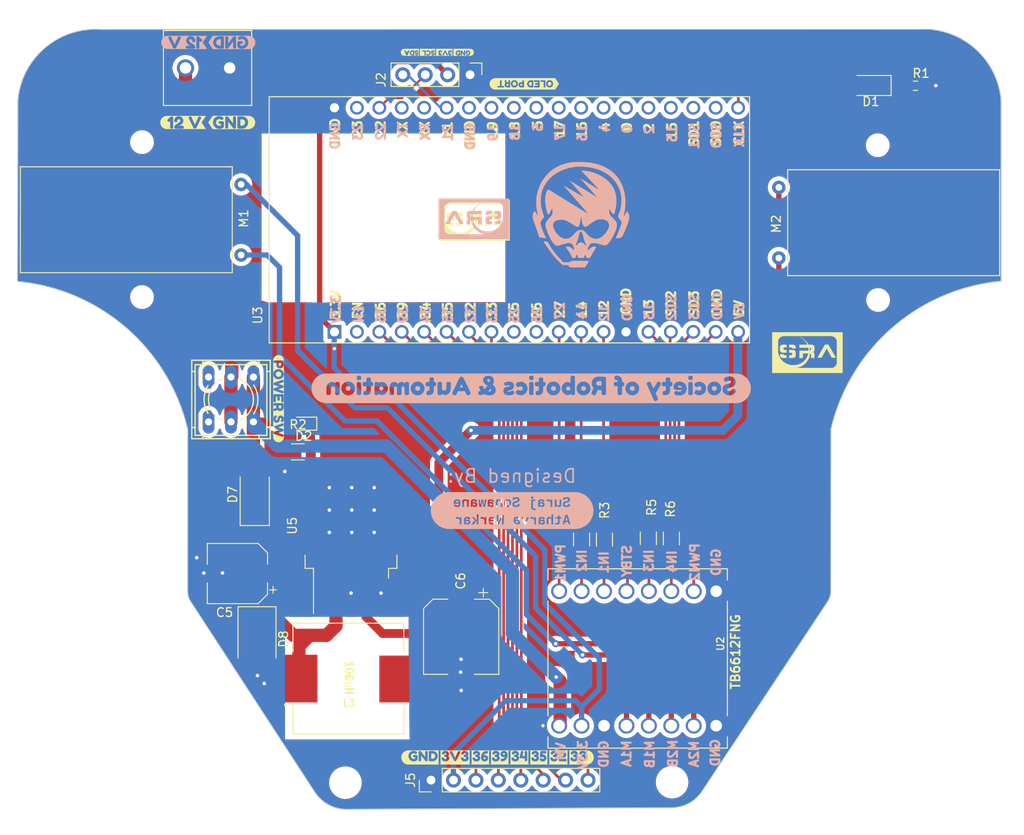
<source format=kicad_pcb>
(kicad_pcb (version 20221018) (generator pcbnew)
  (layers (0 "F.Cu" signal) (31 "B.Cu" power) (34 "B.Paste" user) (35 "F.Paste" user) (36 "B.SilkS" user "B.Silkscreen") (37 "F.SilkS" user "F.Silkscreen") (38 "B.Mask" user) (39 "F.Mask" user) (44 "Edge.Cuts" user))
  (net 0 "")
  (net 1 "5V")
  (net 2 "GND")
  (net 3 "VIN")
  (net 4 "Net-(D1-K)")
  (net 5 "IO23")
  (net 6 "Net-(D2-K)")
  (net 7 "Net-(M1-+)")
  (net 8 "Net-(M1--)")
  (net 9 "Net-(M2-+)")
  (net 10 "Net-(M2--)")
  (net 11 "VIN_SW")
  (net 12 "3V3")
  (net 13 "PWMB")
  (net 14 "PWMA")
  (net 15 "BIN2")
  (net 16 "AIN2")
  (net 17 "BIN1")
  (net 18 "AIN1")
  (net 19 "Net-(U2-AI1)")
  (net 20 "Net-(U2-AI2)")
  (net 21 "SENS1")
  (net 22 "Net-(U2-BI1)")
  (net 23 "Net-(U2-BI2)")
  (net 24 "SENS2")
  (net 25 "SENS3")
  (net 26 "STBY")
  (net 27 "SENS4")
  (net 28 "SENS5")
  (net 29 "SENS6")
  (net 32 "Net-(D7-K)")
  (net 33 "Net-(D8-K)")
  (net 39 "SDA")
  (net 52 "SCL")
  (footprint "Resistor_SMD:R_1206_3216Metric" (layer "F.Cu") (at 144.57 99.76 -90)
    (fp_text reference "R6")
    (fp_text value "1k")
  )
  (footprint "kibuzzard-61F71491" (layer "F.Cu") (at 94.77 52.61)
    (fp_text reference "kibuzzard-61F71491" hide)
    (fp_text value "G***" hide)
  )
  (footprint "Capacitor_SMD:CP_Elec_8x10" (layer "F.Cu") (at 120.76 110.89 -90)
    (fp_text reference "C6")
    (fp_text value "470uF")
  )
  (footprint "LED_SMD:LED_0603_1608Metric" (layer "F.Cu") (at 102.9225 86.74 180)
    (fp_text reference "D2")
    (fp_text value "BLUE-POWER-LED")
  )
  (footprint "Diode_SMD:D_SMA" (layer "F.Cu") (at 97.38 94.78 90)
    (fp_text reference "D7")
    (fp_text value "SS24")
  )
  (footprint "logos:sra_logo_small_neg" (layer "F.Cu") (at 122.27 63.69)
    (fp_text reference "G***" hide)
    (fp_text value "LOGO" hide)
  )
  (footprint "MAZEBLAZE:N20_Motor" (layer "F.Cu") (at 169.74 63.97 180)
    (fp_text reference "M2")
    (fp_text value "Motor_DC")
  )
  (footprint "Connector_PinHeader_2.54mm:PinHeader_1x08_P2.54mm_Vertical" (layer "F.Cu") (at 117.35 127.14 90)
    (fp_text reference "J5")
    (fp_text value "Conn_01x08_Pin")
  )
  (footprint "Resistor_SMD:R_1206_3216Metric" (layer "F.Cu") (at 134.4 99.86 -90)
    (fp_text reference "R4")
    (fp_text value "1k")
  )
  (footprint "Connector_PinHeader_2.54mm:PinHeader_1x04_P2.54mm_Vertical" (layer "F.Cu") (at 121.77 47.2 -90)
    (fp_text reference "J2")
    (fp_text value "Conn_01x04_Pin")
  )
  (footprint "MAZEBLAZE:TB6612FNG_2" (layer "F.Cu") (at 140.75 113.35 90)
    (fp_text reference "U2")
    (fp_text value "TB6612FNG")
  )
  (footprint "kibuzzard-61F7147A" (layer "F.Cu") (at 89.27 52.61)
    (fp_text reference "kibuzzard-61F7147A" hide)
    (fp_text value "G***" hide)
  )
  (footprint "kibuzzard-653BE7A2" (layer "F.Cu") (at 100.08 83.91 -90)
    (fp_text reference "kibuzzard-653BE7A2" hide)
    (fp_text value "G***" hide)
  )
  (footprint "MAZEBLAZE:dpdt_sw_2x03_tht" (layer "F.Cu") (at 94.69 84)
    (fp_text reference "12V_SW1" hide)
    (fp_text value "SW_Push_DPDT")
  )
  (footprint "LED_SMD:LED_1206_3216Metric" (layer "F.Cu") (at 167.17 48.42 180)
    (fp_text reference "D1")
    (fp_text value "RED-LED")
  )
  (footprint "MountingHole:MountingHole_2.2mm_M2" (layer "F.Cu") (at 84.61 54.84 -90)
    (fp_text reference "H4" hide)
    (fp_text value "MountingHole")
  )
  (footprint "MAZEBLAZE:N20_Motor" (layer "F.Cu") (at 82.83454 63.63192)
    (fp_text reference "M1")
    (fp_text value "Motor_DC")
  )
  (footprint "MAZEBLAZE:CDRH127_inductor_smd" (layer "F.Cu") (at 107.9874 115.62745)
    (fp_text reference "L3")
    (fp_text value "100uH")
  )
  (footprint "MountingHole:MountingHole_3.2mm_M3" (layer "F.Cu") (at 144.65 127.37)
    (fp_text reference "H2" hide)
    (fp_text value "MountingHole" hide)
  )
  (footprint "MountingHole:MountingHole_2.2mm_M2" (layer "F.Cu") (at 84.61 72.4 -90)
    (fp_text reference "H3" hide)
    (fp_text value "MountingHole")
  )
  (footprint "Resistor_SMD:R_1206_3216Metric" (layer "F.Cu") (at 136.99 99.8875 -90)
    (fp_text reference "R3")
    (fp_text value "1k")
  )
  (footprint "Resistor_SMD:R_1206_3216Metric" (layer "F.Cu") (at 102.2675 89.94 180)
    (fp_text reference "R2")
    (fp_text value "1k5")
  )
  (footprint "kibuzzard-653E5949" (layer "F.Cu") (at 118.06 44.66 180)
    (fp_text reference "kibuzzard-653E5949" hide)
    (fp_text value "G***" hide)
  )
  (footprint "MAZEBLAZE:12V_1x02_tht" (layer "F.Cu") (at 92.04 46.43)
    (fp_text reference "J1" hide)
    (fp_text value "Screw_Terminal_01x02")
  )
  (footprint "Resistor_SMD:R_0603_1608Metric" (layer "F.Cu") (at 172.215 48.45)
    (fp_text reference "R1")
    (fp_text value "330")
  )
  (footprint "Resistor_SMD:R_1206_3216Metric" (layer "F.Cu") (at 141.96 99.73 -90)
    (fp_text reference "R5")
    (fp_text value "1k")
  )
  (footprint "Diode_SMD:D_SMB" (layer "F.Cu") (at 97.64 111.15 -90)
    (fp_text reference "D8")
    (fp_text value "SS34")
  )
  (footprint "Package_TO_SOT_SMD:TO-263-5_TabPin3" (layer "F.Cu") (at 108.285 98.315 90)
    (fp_text reference "U5")
    (fp_text value "LM2576S-5")
  )
  (footprint "MountingHole:MountingHole_2.2mm_M2" (layer "F.Cu") (at 167.97978 72.72792 -90)
    (fp_text reference "H2" hide)
    (fp_text value "MountingHole")
  )
  (footprint "kibuzzard-653BEE79" (layer "F.Cu") (at 124.88 124.57)
    (fp_text reference "kibuzzard-653BEE79" hide)
    (fp_text value "G***" hide)
  )
  (footprint "kibuzzard-637A1A13" (layer "F.Cu") (at 127.91 48.23 180)
    (fp_text reference "kibuzzard-637A1A13" hide)
    (fp_text value "G***" hide)
  )
  (footprint "MountingHole:MountingHole_3.2mm_M3" (layer "F.Cu") (at 107.65 127.428936)
    (fp_text reference "H5" hide)
    (fp_text value "MountingHole")
  )
  (footprint "MAZEBLAZE:MODULE_ESP32-DEVKITC-32D" (layer "F.Cu") (at 126.17 63.64 90)
    (fp_text reference "U3")
    (fp_text value "ESP32-DEVKITC-32D")
  )
  (footprint "logos:sra_logo_small_neg" (layer "F.Cu") (at 159.97 78.69)
    (fp_text reference "G***" hide)
    (fp_text value "LOGO" hide)
  )
  (footprint "MountingHole:MountingHole_2.2mm_M2" (layer "F.Cu") (at 167.94 55.19 -90)
    (fp_text reference "H1" hide)
    (fp_text value "MountingHole")
  )
  (footprint "Capacitor_SMD:CP_Elec_6.3x7.7" (layer "F.Cu") (at 95.42 103.73 180)
    (fp_text reference "C5")
    (fp_text value "100uF")
  )
  (footprint "kibuzzard-61F7FB1D" (layer "B.Cu") (at 128.69 82.74 180)
    (fp_text reference "kibuzzard-61F7FB1D" hide)
    (fp_text value "G***" hide)
  )
  (footprint "logos:sra_logo_small_neg" (layer "B.Cu") (at 122.19 63.54 180)
    (fp_text reference "G***" hide)
    (fp_text value "LOGO" hide)
  )
  (footprint "logos:sra_skull_big" (layer "B.Cu") (at 134.26 63.09 180)
    (fp_text reference "G***" hide)
    (fp_text value "LOGO" hide)
  )
  (footprint "kibuzzard-61F7FBC2" (layer "B.Cu") (at 94.79 43.54 180)
    (fp_text reference "kibuzzard-61F7FBC2" hide)
    (fp_text value "G***" hide)
  )
  (footprint "kibuzzard-61F7FBA3" (layer "B.Cu") (at 89.39 43.54 180)
    (fp_text reference "kibuzzard-61F7FBA3" hide)
    (fp_text value "G***" hide)
  )
  (footprint "kibuzzard-653BE6A4" (layer "B.Cu") (at 126.53 96.59 180)
    (fp_text reference "kibuzzard-653BE6A4" hide)
    (fp_text value "G***" hide)
  )
  (gr_arc (start 148.104456 128.325913) (mid 146.585248 129.759262) (end 144.56 130.27) (stroke (width 0.1)) (layer "Edge.Cuts"))
  (gr_arc (start 107.657068 130.458795) (mid 105.64046 129.884368) (end 104.13 128.43) (stroke (width 0.1)) (layer "Edge.Cuts"))
  (gr_line (start 162.309289 106.860435) (end 148.104456 128.325913) (stroke (width 0.1)) (layer "Edge.Cuts"))
  (gr_arc (start 172.542358 42.035112) (mid 178.879999 44.150002) (end 181.9232 50.097893) (stroke (width 0.1)) (layer "Edge.Cuts"))
  (gr_line (start 89.78 87.380002) (end 89.77 105.650002) (stroke (width 0.1)) (layer "Edge.Cuts"))
  (gr_line (start 79.920842 42.057221) (end 172.542358 42.035112) (stroke (width 0.1)) (layer "Edge.Cuts"))
  (gr_arc (start 90.092268 106.866065) (mid 89.839988 106.280004) (end 89.77156 105.645633) (stroke (width 0.1)) (layer "Edge.Cuts"))
  (gr_arc (start 70.54 50.120002) (mid 73.5832 44.172111) (end 79.920842 42.057221) (stroke (width 0.1)) (layer "Edge.Cuts"))
  (gr_arc (start 162.65454 87.346346) (mid 169.594979 75.868524) (end 181.93 70.600002) (stroke (width 0.1)) (layer "Edge.Cuts"))
  (gr_line (start 107.657068 130.458795) (end 144.56 130.27) (stroke (width 0.1)) (layer "Edge.Cuts"))
  (gr_arc (start 162.629998 105.640002) (mid 162.561567 106.274375) (end 162.30929 106.860434) (stroke (width 0.1)) (layer "Edge.Cuts"))
  (gr_line (start 90.092268 106.866065) (end 104.13 128.43) (stroke (width 0.1)) (layer "Edge.Cuts"))
  (gr_line (start 162.65454 87.346346) (end 162.629999 105.640002) (stroke (width 0.1)) (layer "Edge.Cuts"))
  (gr_arc (start 70.50454 70.633658) (mid 82.839562 75.90218) (end 89.78 87.380002) (stroke (width 0.1)) (layer "Edge.Cuts"))
  (gr_line (start 181.9232 50.097893) (end 181.93 70.600002) (stroke (width 0.1)) (layer "Edge.Cuts"))
  (gr_line (start 70.54 50.120002) (end 70.50454 70.633658) (stroke (width 0.1)) (layer "Edge.Cuts"))
  (gr_text "0" (at 139.58 54 90) (layer "B.SilkS") (effects (font (size 1 1) (thickness 0.25)) (justify right mirror)))
  (gr_text "GND\n" (at 106.48 55.8 90) (layer "B.SilkS") (effects (font (size 1 1) (thickness 0.25)) (justify right mirror)))
  (gr_text "IN4" (at 144.63 100.96 90) (layer "B.SilkS") (effects (font (size 1 1) (thickness 0.25)) (justify left mirror)))
  (gr_text "17" (at 131.98 54.8 90) (layer "B.SilkS") (effects (font (size 1 1) (thickness 0.25)) (justify right mirror)))
  (gr_text "4" (at 137.08 53.9 90) (layer "B.SilkS") (effects (font (size 1 1) (thickness 0.25)) (justify right mirror)))
  (gr_text "SD2" (at 144.58 72 90) (layer "B.SilkS") (effects (font (size 1 1) (thickness 0.25)) (justify left mirror)))
  (gr_text "35" (at 119.28 73.3 90) (layer "B.SilkS") (effects (font (size 1 1) (thickness 0.25)) (justify left mirror)))
  (gr_text "5" (at 129.48 53.8 90) (layer "B.SilkS") (effects (font (size 1 1) (thickness 0.25)) (justify right mirror)))
  (gr_text "RX" (at 116.68 54.8 90) (layer "B.SilkS") (effects (font (size 1 1) (thickness 0.25)) (justify right mirror)))
  (gr_text "32\n" (at 121.88 73.3 90) (layer "B.SilkS") (effects (font (size 1 1) (thickness 0.25)) (justify left mirror)))
  (gr_text "SD0" (at 149.68 55.7 90) (layer "B.SilkS") (effects (font (size 1 1) (thickness 0.25)) (justify right mirror)))
  (gr_text "26\n" (at 129.38 73.3 90) (layer "B.SilkS") (effects (font (size 1 1) (thickness 0.25)) (justify left mirror)))
  (gr_text "GND" (at 149.63 100.76 90) (layer "B.SilkS") (effects (font (size 1 1) (thickness 0.25)) (justify left mirror)))
  (gr_text "12\n" (at 136.98 73.1 90) (layer "B.SilkS") (effects (font (size 1 1) (thickness 0.25)) (justify left mirror)))
  (gr_text "SD1" (at 147.18 55.8 90) (layer "B.SilkS") (effects (font (size 1 1) (thickness 0.25)) (justify right mirror)))
  (gr_text "GND" (at 149.54 122.35 90) (layer "B.SilkS") (effects (font (size 1 1) (thickness 0.25)) (justify left mirror)))
  (gr_text "27\n" (at 131.94 72.84 90) (layer "B.SilkS") (effects (font (size 1 1) (thickness 0.25)) (justify left mirror)))
  (gr_text "STBY" (at 139.53 100.36 90) (layer "B.SilkS") (effects (font (size 1 1) (thickness 0.25)) (justify left mirror)))
  (gr_text "IN3" (at 142.03 100.86 90) (layer "B.SilkS") (effects (font (size 1 1) (thickness 0.25)) (justify left mirror)))
  (gr_text "16" (at 134.48 54.9 90) (layer "B.SilkS") (effects (font (size 1 1) (thickness 0.25)) (justify right mirror)))
  (gr_text "GND\n" (at 139.58 71.9 90) (layer "B.SilkS") (effects (font (size 1 1) (thickness 0.25)) (justify left mirror)))
  (gr_text "13\n" (at 142.08 72.9 90) (layer "B.SilkS") (effects (font (size 1 1) (thickness 0.25)) (justify left mirror)))
  (gr_text "33" (at 124.28 73.3 90) (layer "B.SilkS") (effects (font (size 1 1) (thickness 0.25)) (justify left mirror)))
  (gr_text "M1B\n\n\n" (at 143.73 122.5 90) (layer "B.SilkS") (effects (font (size 1 1) (thickness 0.25)) (justify left mirror)))
  (gr_text "CMD" (at 149.78 71.7 90) (layer "B.SilkS") (effects (font (size 1 1) (thickness 0.25)) (justify left mirror)))
  (gr_text "PWM1" (at 132.03 100.26 90) (layer "B.SilkS") (effects (font (size 1 1) (thickness 0.25)) (justify left mirror)))
  (gr_text "2" (at 142.08 54.1 90) (layer "B.SilkS") (effects (font (size 1 1) (thickness 0.25)) (justify right mirror)))
  (gr_text "CLK\n" (at 152.28 55.6 90) (layer "B.SilkS") (effects (font (size 1 1) (thickness 0.25)) (justify right mirror)))
  (gr_text "21" (at 119.28 54.9 90) (layer "B.SilkS") (effects (font (size 1 1) (thickness 0.25)) (justify right mirror)))
  (gr_text "39\n" (at 114.18 73.3 90) (layer "B.SilkS") (effects (font (size 1 1) (thickness 0.25)) (justify left mirror)))
  (gr_text "M2A\n\n\n" (at 148.75 122.54 90) (layer "B.SilkS") (effects (font (size 1 1) (thickness 0.25)) (justify left mirror)))
  (gr_text "VM" (at 132.04 122.71 90) (layer "B.SilkS") (effects (font (size 1 1) (thickness 0.25)) (justify left mirror)))
  (gr_text "36" (at 111.68 73.3 90) (layer "B.SilkS") (effects (font (size 1 1) (thickness 0.25)) (justify left mirror)))
  (gr_text "EN" (at 109.18 73.2 90) (layer "B.SilkS") (effects (font (size 1 1) (thickness 0.25)) (justify left mirror)))
  (gr_text "SD3" (at 147.18 71.9 90) (layer "B.SilkS") (effects (font (size 1 1) (thickness 0.25)) (justify left mirror)))
  (gr_text "19\n" (at 124.38 54.9 90) (layer "B.SilkS") (effects (font (size 1 1) (thickness 0.25)) (justify right mirror)))
  (gr_text "25" (at 126.78 73.3 90) (layer "B.SilkS") (effects (font (size 1 1) (thickness 0.25)) (justify left mirror)))
  (gr_text "23" (at 109.08 54.8 90) (layer "B.SilkS") (effects (font (size 1 1) (thickness 0.25)) (justify right mirror)))
  (gr_text "3.3V" (at 134.53 122.49 90) (layer "B.SilkS") (effects (font (size 1 1) (thickness 0.25)) (justify left mirror)))
  (gr_text "IN1" (at 136.93 101.06 90) (layer "B.SilkS") (effects (font (size 1 1) (thickness 0.25)) (justify left mirror)))
  (gr_text "GND" (at 121.78 55.9 90) (layer "B.SilkS") (effects (font (size 1 1) (thickness 0.25)) (justify right mirror)))
  (gr_text "IN2\n" (at 134.43 100.86 90) (layer "B.SilkS") (effects (font (size 1 1) (thickness 0.25)) (justify left mirror)))
  (gr_text "PWM2" (at 147.23 100.16 90) (layer "B.SilkS") (effects (font (size 1 1) (thickness 0.25)) (justify left mirror)))
  (gr_text "15" (at 144.68 55 90) (layer "B.SilkS") (effects (font (size 1 1) (thickness 0.25)) (justify right mirror)))
  (gr_text "18\n" (at 126.88 54.8 90) (layer "B.SilkS") (effects (font (size 1 1) (thickness 0.25)) (justify right mirror)))
  (gr_text "GND\n" (at 136.91 122.5 90) (layer "B.SilkS") (effects (font (size 1 1) (thickness 0.25)) (justify left mirror)))
  (gr_text "TX" (at 114.18 54.5 90) (layer "B.SilkS") (effects (font (size 1 1) (thickness 0.25)) (justify right mirror)))
  (gr_text "5V" (at 152.28 72.9 90) (layer "B.SilkS") (effects (font (size 1 1) (thickness 0.25)) (justify left mirror)))
  (gr_text "Designed By:\n" (at 133.92 93.55) (layer "B.SilkS") (effects (font (size 1.5 1.5) (thickness 0.1875)) (justify left bottom mirror)))
  (gr_text "M2B\n\n\n" (at 146.35 122.42 90) (layer "B.SilkS") (effects (font (size 1 1) (thickness 0.25)) (justify left mirror)))
  (gr_text "34\n" (at 116.78 73.3 90) (layer "B.SilkS") (effects (font (size 1 1) (thickness 0.25)) (justify left mirror)))
  (gr_text "3.3V" (at 106.58 72 90) (layer "B.SilkS") (effects (font (size 1 1) (thickness 0.25)) (justify left mirror)))
  (gr_text "14\n" (at 134.44 72.84 90) (layer "B.SilkS") (effects (font (size 1 1) (thickness 0.25)) (justify left mirror)))
  (gr_text "M1A\n" (at 139.49 122.49 90) (layer "B.SilkS") (effects (font (size 1 1) (thickness 0.25)) (justify left mirror)))
  (gr_text "22" (at 111.68 54.8 90) (layer "B.SilkS") (effects (font (size 1 1) (thickness 0.25)) (justify right mirror)))
  (gr_text "18\n" (at 126.84 52.34 90) (layer "F.SilkS") (effects (font (size 1 1) (thickness 0.25)) (justify right)))
  (gr_text "GND" (at 121.74 52.24 90) (layer "F.SilkS") (effects (font (size 1 1) (thickness 0.25)) (justify right)))
  (gr_text "15" (at 144.64 52.44 90) (layer "F.SilkS") (effects (font (size 1 1) (thickness 0.25)) (justify right)))
  (gr_text "CLK\n" (at 152.24 52.24 90) (layer "F.SilkS") (effects (font (size 1 1) (thickness 0.25)) (justify right)))
  (gr_text "33" (at 124.24 75.04 90) (layer "F.SilkS") (effects (font (size 1 1) (thickness 0.25)) (justify left)))
  (gr_text "RX" (at 116.64 52.34 90) (layer "F.SilkS") (effects (font (size 1 1) (thickness 0.25)) (justify right)))
  (gr_text "5" (at 129.44 52.24 90) (layer "F.SilkS") (effects (font (size 1 1) (thickness 0.25)) (justify right)))
  (gr_text "19\n" (at 124.34 52.34 90) (layer "F.SilkS") (effects (font (size 1 1) (thickness 0.25)) (justify right)))
  (gr_text "17" (at 131.94 52.24 90) (layer "F.SilkS") (effects (font (size 1 1) (thickness 0.25)) (justify right)))
  (gr_text "SD2" (at 144.54 74.74 90) (layer "F.SilkS") (effects (font (size 1 1) (thickness 0.25)) (justify left)))
  (gr_text "23" (at 109.04 52.24 90) (layer "F.SilkS") (effects (font (size 1 1) (thickness 0.25)) (justify right)))
  (gr_text "GND\n" (at 106.49 51.97 90) (layer "F.SilkS") (effects (font (size 1 1) (thickness 0.25)) (justify right)))
  (gr_text "25" (at 126.74 75.04 90) (layer "F.SilkS") (effects (font (size 1 1) (thickness 0.25)) (justify left)))
  (gr_text "EN" (at 109.04 75.04 90) (layer "F.SilkS") (effects (font (size 1 1) (thickness 0.25)) (justify left)))
  (gr_text "16\n" (at 134.44 52.34 90) (layer "F.SilkS") (effects (font (size 1 1) (thickness 0.25)) (justify right)))
  (gr_text "2" (at 142.04 52.54 90) (layer "F.SilkS") (effects (font (size 1 1) (thickness 0.25)) (justify right)))
  (gr_text "32\n" (at 121.84 75.04 90) (layer "F.SilkS") (effects (font (size 1 1) (thickness 0.25)) (justify left)))
  (gr_text "14\n" (at 134.44 74.94 90) (layer "F.SilkS") (effects (font (size 1 1) (thickness 0.25)) (justify left)))
  (gr_text "SD3" (at 147.14 74.74 90) (layer "F.SilkS") (effects (font (size 1 1) (thickness 0.25)) (justify left)))
  (gr_text "SD1" (at 147.14 52.24 90) (layer "F.SilkS") (effects (font (size 1 1) (thickness 0.25)) (justify right)))
  (gr_text "13\n" (at 142.04 74.74 90) (layer "F.SilkS") (effects (font (size 1 1) (thickness 0.25)) (justify left)))
  (gr_text "34\n" (at 116.74 75.04 90) (layer "F.SilkS") (effects (font (size 1 1) (thickness 0.25)) (justify left)))
  (gr_text "35" (at 119.24 75.04 90) (layer "F.SilkS") (effects (font (size 1 1) (thickness 0.25)) (justify left)))
  (gr_text "CMD" (at 149.74 74.74 90) (layer "F.SilkS") (effects (font (size 1 1) (thickness 0.25)) (justify left)))
  (gr_text "36" (at 111.64 75.04 90) (layer "F.SilkS") (effects (font (size 1 1) (thickness 0.25)) (justify left)))
  (gr_text "SD0" (at 149.64 52.24 90) (layer "F.SilkS") (effects (font (size 1 1) (thickness 0.25)) (justify right)))
  (gr_text "GND\n" (at 139.45 74.58 90) (layer "F.SilkS") (effects (font (size 1 1) (thickness 0.25)) (justify left)))
  (gr_text "39\n" (at 114.14 75.04 90) (layer "F.SilkS") (effects (font (size 1 1) (thickness 0.25)) (justify left)))
  (gr_text "21" (at 119.24 52.34 90) (layer "F.SilkS") (effects (font (size 1 1) (thickness 0.25)) (justify right)))
  (gr_text "22" (at 111.64 52.24 90) (layer "F.SilkS") (effects (font (size 1 1) (thickness 0.25)) (justify right)))
  (gr_text "12\n" (at 136.94 74.84 90) (layer "F.SilkS") (effects (font (size 1 1) (thickness 0.25)) (justify left)))
  (gr_text "3.3V" (at 106.54 75.04 90) (layer "F.SilkS") (effects (font (size 1 1) (thickness 0.25)) (justify left)))
  (gr_text "26\n" (at 129.34 75.04 90) (layer "F.SilkS") (effects (font (size 1 1) (thickness 0.25)) (justify left)))
  (gr_text "4" (at 137.04 52.44 90) (layer "F.SilkS") (effects (font (size 1 1) (thickness 0.25)) (justify right)))
  (gr_text "5V" (at 152.24 74.74 90) (layer "F.SilkS") (effects (font (size 1 1) (thickness 0.25)) (justify left)))
  (gr_text "27\n" (at 131.94 74.94 90) (layer "F.SilkS") (effects (font (size 1 1) (thickness 0.25)) (justify left)))
  (gr_text "TX" (at 114.14 52.34 90) (layer "F.SilkS") (effects (font (size 1 1) (thickness 0.25)) (justify right)))
  (gr_text "0" (at 139.54 52.44 90) (layer "F.SilkS") (effects (font (size 1 1) (thickness 0.25)) (justify right)))
  (segment (start 109.985 108.645) (end 111.86 110.52) (width 1) (layer "F.Cu") (net 1))
  (segment (start 121.88 87.5) (end 118.23 91.15) (width 1) (layer "F.Cu") (net 1))
  (segment (start 115.32 100.69) (end 115.32 110.52) (width 1) (layer "F.Cu") (net 1))
  (segment (start 111.86 110.52) (end 115.32 110.52) (width 1) (layer "F.Cu") (net 1))
  (segment (start 116.33 110.52) (end 119.21 107.64) (width 1) (layer "F.Cu") (net 1))
  (segment (start 109.985 105.965) (end 109.985 108.645) (width 1) (layer "F.Cu") (net 1))
  (segment (start 118.23 91.15) (end 118.23 97.78) (width 1) (layer "F.Cu") (net 1))
  (segment (start 115.32 110.52) (end 116.33 110.52) (width 1) (layer "F.Cu") (net 1))
  (segment (start 115.32 110.52) (end 115.32 113.9) (width 1) (layer "F.Cu") (net 1))
  (segment (start 115.32 113.9) (end 113.54 115.68) (width 1) (layer "F.Cu") (net 1))
  (segment (start 118.23 97.78) (end 115.32 100.69) (width 1) (layer "F.Cu") (net 1))
  (segment (start 119.21 107.64) (end 120.76 107.64) (width 1) (layer "F.Cu") (net 1))
  (via (at 121.88 87.5) (size 0.8) (drill 0.4) (layers "F.Cu" "B.Cu") (net 1))
  (segment (start 150.396 87.5) (end 152.098 85.798) (width 1) (layer "B.Cu") (net 1))
  (segment (start 152.098 76.372) (end 152.13 76.34) (width 1) (layer "B.Cu") (net 1))
  (segment (start 152.098 85.798) (end 152.098 76.372) (width 1) (layer "B.Cu") (net 1))
  (segment (start 121.88 87.5) (end 150.396 87.5) (width 1) (layer "B.Cu") (net 1))
  (segment (start 100.805 92.135) (end 100.79 92.15) (width 1) (layer "F.Cu") (net 2))
  (segment (start 120.76 114.14) (end 120.76 116.98) (width 1) (layer "F.Cu") (net 2))
  (segment (start 97.64 113.3) (end 97.64 115.24) (width 1.5) (layer "F.Cu") (net 2))
  (segment (start 97.69 115.29) (end 97.64 115.34) (width 1.5) (layer "F.Cu") (net 2))
  (segment (start 97.64 115.24) (end 97.69 115.29) (width 1.5) (layer "F.Cu") (net 2))
  (segment (start 90.78 102.83) (end 90.78 101.8) (width 1.5) (layer "F.Cu") (net 2))
  (segment (start 97.64 115.34) (end 97.64 115.37) (width 1.5) (layer "F.Cu") (net 2))
  (segment (start 97.64 115.37) (end 98.46 116.19) (width 1.5) (layer "F.Cu") (net 2))
  (segment (start 174.5 48.45) (end 174.52 48.43) (width 0.3) (layer "F.Cu") (net 2))
  (segment (start 92.72 103.73) (end 91.68 103.73) (width 1.5) (layer "F.Cu") (net 2))
  (segment (start 91.68 103.73) (end 90.78 102.83) (width 1.5) (layer "F.Cu") (net 2))
  (segment (start 173.04 48.45) (end 174.5 48.45) (width 0.3) (layer "F.Cu") (net 2))
  (segment (start 100.805 89.94) (end 100.805 92.135) (width 1) (layer "F.Cu") (net 2))
  (via (at 98.46 116.19) (size 0.8) (drill 0.4) (layers "F.Cu" "B.Cu") (net 2))
  (via (at 110.91 99.07) (size 0.8) (drill 0.4) (layers "F.Cu" "B.Cu") (net 2))
  (via (at 120.7 114.9) (size 0.8) (drill 0.4) (layers "F.Cu" "B.Cu") (net 2))
  (via (at 124.68 53.4) (size 0.8) (drill 0.4) (layers "F.Cu" "B.Cu") (net 2))
  (via (at 105.83 93.99) (size 0.8) (drill 0.4) (layers "F.Cu" "B.Cu") (net 2))
  (via (at 97.69 115.29) (size 0.8) (drill 0.4) (layers "F.Cu" "B.Cu") (net 2))
  (via (at 174.52 48.43) (size 0.8) (drill 0.4) (layers "F.Cu" "B.Cu") (net 2))
  (via (at 110.91 93.99) (size 0.8) (drill 0.4) (layers "F.Cu" "B.Cu") (net 2))
  (via (at 108.37 99.07) (size 0.8) (drill 0.4) (layers "F.Cu" "B.Cu") (net 2))
  (via (at 111.69 105.945) (size 0.8) (drill 0.4) (layers "F.Cu" "B.Cu") (net 2))
  (via (at 108.37 96.53) (size 0.8) (drill 0.4) (layers "F.Cu" "B.Cu") (net 2))
  (via (at 120.76 116.98) (size 0.8) (drill 0.4) (layers "F.Cu" "B.Cu") (net 2))
  (via (at 108.29 105.945) (size 0.8) (drill 0.4) (layers "F.Cu" "B.Cu") (net 2))
  (via (at 93.73 103.66) (size 0.8) (drill 0.4) (layers "F.Cu" "B.Cu") (net 2))
  (via (at 105.83 96.53) (size 0.8) (drill 0.4) (layers "F.Cu" "B.Cu") (net 2))
  (via (at 110.91 96.53) (size 0.8) (drill 0.4) (layers "F.Cu" "B.Cu") (net 2))
  (via (at 105.83 99.07) (size 0.8) (drill 0.4) (layers "F.Cu" "B.Cu") (net 2))
  (via (at 90.81 101.93) (size 0.8) (drill 0.4) (layers "F.Cu" "B.Cu") (net 2))
  (via (at 100.79 92.15) (size 0.8) (drill 0.4) (layers "F.Cu" "B.Cu") (net 2))
  (via (at 108.37 93.99) (size 0.8) (drill 0.4) (layers "F.Cu" "B.Cu") (net 2))
  (via (at 91.62 103.67) (size 0.8) (drill 0.4) (layers "F.Cu" "B.Cu") (net 2))
  (via (at 120.75 113.44) (size 0.8) (drill 0.4) (layers "F.Cu" "B.Cu") (net 2))
  (segment (start 101.9 46.43) (end 106.41 50.94) (width 0.6) (layer "B.Cu") (net 2))
  (segment (start 94.54 46.43) (end 101.9 46.43) (width 0.6) (layer "B.Cu") (net 2))
  (segment (start 94.78 81.37) (end 94.78 78.34) (width 1.5) (layer "F.Cu") (net 3))
  (segment (start 89.54 73.1) (end 89.54 46.43) (width 1.5) (layer "F.Cu") (net 3))
  (segment (start 94.69 81.46) (end 94.69 86.54) (width 1.5) (layer "F.Cu") (net 3))
  (segment (start 94.78 78.34) (end 89.54 73.1) (width 1.5) (layer "F.Cu") (net 3))
  (segment (start 94.69 81.46) (end 94.78 81.37) (width 1.5) (layer "F.Cu") (net 3))
  (segment (start 171.36 48.42) (end 171.39 48.45) (width 0.3) (layer "F.Cu") (net 4))
  (segment (start 168.57 48.42) (end 171.36 48.42) (width 0.3) (layer "F.Cu") (net 4))
  (segment (start 165.77 48.42) (end 153.01 48.42) (width 0.3) (layer "F.Cu") (net 5))
  (segment (start 153.01 48.42) (end 152.15 49.28) (width 0.3) (layer "F.Cu") (net 5))
  (segment (start 152.15 50.94) (end 152.15 49.28) (width 0.3) (layer "F.Cu") (net 5))
  (segment (start 103.71 86.74) (end 103.71 89.92) (width 1) (layer "F.Cu") (net 6))
  (segment (start 103.71 89.92) (end 103.73 89.94) (width 1) (layer "F.Cu") (net 6))
  (segment (start 139.48 114.77) (end 137.66 112.95) (width 0.6) (layer "F.Cu") (net 7))
  (segment (start 137.66 112.95) (end 134.5 112.95) (width 0.6) (layer "F.Cu") (net 7))
  (segment (start 139.48 120.97) (end 139.48 114.77) (width 0.6) (layer "F.Cu") (net 7))
  (via (at 134.5 112.95) (size 0.8) (drill 0.4) (layers "F.Cu" "B.Cu") (net 7))
  (segment (start 112.41 84.95) (end 108.74 84.95) (width 0.6) (layer "B.Cu") (net 7))
  (segment (start 102.24 65.43) (end 96.44192 59.63192) (width 0.6) (layer "B.Cu") (net 7))
  (segment (start 102.24 78.45) (end 102.24 65.43) (width 0.6) (layer "B.Cu") (net 7))
  (segment (start 96.44192 59.63192) (end 95.83454 59.63192) (width 0.6) (layer "B.Cu") (net 7))
  (segment (start 129.19 107.64) (end 129.19 101.73) (width 0.6) (layer "B.Cu") (net 7))
  (segment (start 108.74 84.95) (end 102.24 78.45) (width 0.6) (layer "B.Cu") (net 7))
  (segment (start 134.5 112.95) (end 129.19 107.64) (width 0.6) (layer "B.Cu") (net 7))
  (segment (start 129.19 101.73) (end 112.41 84.95) (width 0.6) (layer "B.Cu") (net 7))
  (segment (start 138.96 111.68) (end 131.46 111.68) (width 0.6) (layer "F.Cu") (net 8))
  (segment (start 142.02 114.74) (end 138.96 111.68) (width 0.6) (layer "F.Cu") (net 8))
  (segment (start 142.02 120.97) (end 142.02 114.74) (width 0.6) (layer "F.Cu") (net 8))
  (via (at 131.46 111.68) (size 0.8) (drill 0.4) (layers "F.Cu" "B.Cu") (net 8))
  (segment (start 100.19 79.02) (end 100.19 69.03) (width 0.6) (layer "B.Cu") (net 8))
  (segment (start 128.15 108.37) (end 128.15 103.36) (width 0.6) (layer "B.Cu") (net 8))
  (segment (start 107.6 86.43) (end 100.19 79.02) (width 0.6) (layer "B.Cu") (net 8))
  (segment (start 131.46 111.68) (end 128.15 108.37) (width 0.6) (layer "B.Cu") (net 8))
  (segment (start 100.19 69.03) (end 98.79192 67.63192) (width 0.6) (layer "B.Cu") (net 8))
  (segment (start 128.15 103.36) (end 111.22 86.43) (width 0.6) (layer "B.Cu") (net 8))
  (segment (start 98.79192 67.63192) (end 95.83454 67.63192) (width 0.6) (layer "B.Cu") (net 8))
  (segment (start 111.22 86.43) (end 107.6 86.43) (width 0.6) (layer "B.Cu") (net 8))
  (segment (start 147.1 118.46) (end 147.1 120.97) (width 0.6) (layer "F.Cu") (net 9))
  (segment (start 156.74 67.97) (end 156.74 108.82) (width 0.6) (layer "F.Cu") (net 9))
  (segment (start 156.74 108.82) (end 147.1 118.46) (width 0.6) (layer "F.Cu") (net 9))
  (segment (start 154.95 108.14) (end 145.45 117.64) (width 0.6) (layer "F.Cu") (net 10))
  (segment (start 144.56 118.52) (end 144.56 120.97) (width 0.6) (layer "F.Cu") (net 10))
  (segment (start 156.74 61.65) (end 154.95 63.44) (width 0.6) (layer "F.Cu") (net 10))
  (segment (start 145.45 117.64) (end 145.44 117.64) (width 0.6) (layer "F.Cu") (net 10))
  (segment (start 156.74 59.97) (end 156.74 61.65) (width 0.6) (layer "F.Cu") (net 10))
  (segment (start 145.44 117.64) (end 144.56 118.52) (width 0.6) (layer "F.Cu") (net 10))
  (segment (start 154.95 63.44) (end 154.95 108.14) (width 0.6) (layer "F.Cu") (net 10))
  (segment (start 131.97 115.91) (end 131.97 120.86) (width 1.5) (layer "F.Cu") (net 11))
  (segment (start 131.52 115.46) (end 131.97 115.91) (width 1.5) (layer "F.Cu") (net 11))
  (segment (start 101.935 86.54) (end 102.135 86.74) (width 1) (layer "F.Cu") (net 11))
  (segment (start 97.23 92.63) (end 97.38 92.78) (width 1.5) (layer "F.Cu") (net 11))
  (segment (start 97.23 86.54) (end 101.935 86.54) (width 1) (layer "F.Cu") (net 11))
  (segment (start 97.23 81.46) (end 97.23 92.63) (width 1.5) (layer "F.Cu") (net 11))
  (segment (start 131.97 120.86) (end 131.86 120.97) (width 1.5) (layer "F.Cu") (net 11))
  (via (at 131.52 115.46) (size 0.8) (drill 0.4) (layers "F.Cu" "B.Cu") (net 11))
  (segment (start 112.302234 89.28) (end 99.97 89.28) (width 1.5) (layer "B.Cu") (net 11))
  (segment (start 126.57 110.51) (end 126.57 103.547766) (width 1.5) (layer "B.Cu") (net 11))
  (segment (start 126.57 103.547766) (end 112.302234 89.28) (width 1.5) (layer "B.Cu") (net 11))
  (segment (start 99.97 89.28) (end 97.23 86.54) (width 1.5) (layer "B.Cu") (net 11))
  (segment (start 131.52 115.46) (end 126.57 110.51) (width 1.5) (layer "B.Cu") (net 11))
  (segment (start 104.73 74.66) (end 104.73 49.04) (width 0.6) (layer "F.Cu") (net 12))
  (segment (start 117.73 45.7) (end 119.23 47.2) (width 0.6) (layer "F.Cu") (net 12))
  (segment (start 108.07 45.7) (end 117.73 45.7) (width 0.6) (layer "F.Cu") (net 12))
  (segment (start 106.41 76.34) (end 104.73 74.66) (width 0.6) (layer "F.Cu") (net 12))
  (segment (start 104.73 49.04) (end 108.07 45.7) (width 0.6) (layer "F.Cu") (net 12))
  (segment (start 130.25 101.070001) (end 112.509999 83.33) (width 0.6) (layer "B.Cu") (net 12))
  (segment (start 106.378 80.408) (end 106.378 76.392) (width 0.6) (layer "B.Cu") (net 12))
  (segment (start 112.509999 83.33) (end 109.3 83.33) (width 0.6) (layer "B.Cu") (net 12))
  (segment (start 106.378 76.392) (end 106.43 76.34) (width 0.6) (layer "B.Cu") (net 12))
  (segment (start 134.4 118.83) (end 136.41 116.82) (width 0.6) (layer "B.Cu") (net 12))
  (segment (start 133.71 118.14) (end 125.82 118.14) (width 0.6) (layer "B.Cu") (net 12))
  (segment (start 134.4 118.83) (end 133.71 118.14) (width 0.6) (layer "B.Cu") (net 12))
  (segment (start 109.3 83.33) (end 106.378 80.408) (width 0.6) (layer "B.Cu") (net 12))
  (segment (start 136.41 116.82) (end 136.41 113.33) (width 0.6) (layer "B.Cu") (net 12))
  (segment (start 134.4 118.83) (end 134.4 120.97) (width 0.6) (layer "B.Cu") (net 12))
  (segment (start 119.89 124.07) (end 119.89 127.14) (width 0.6) (layer "B.Cu") (net 12))
  (segment (start 136.41 113.33) (end 130.25 107.17) (width 0.6) (layer "B.Cu") (net 12))
  (segment (start 130.25 107.17) (end 130.25 101.070001) (width 0.6) (layer "B.Cu") (net 12))
  (segment (start 125.82 118.14) (end 119.89 124.07) (width 0.6) (layer "B.Cu") (net 12))
  (segment (start 145.43 78.72) (end 145.88 78.27) (width 0.3) (layer "F.Cu") (net 13))
  (segment (start 146.718062 78.27) (end 147.308062 77.68) (width 0.3) (layer "F.Cu") (net 13))
  (segment (start 147.1 105.73) (end 147.1 95.32) (width 0.3) (layer "F.Cu") (net 13))
  (segment (start 145.43 93.65) (end 145.43 78.72) (width 0.3) (layer "F.Cu") (net 13))
  (segment (start 147.308062 77.68) (end 148.25 77.68) (width 0.3) (layer "F.Cu") (net 13))
  (segment (start 148.25 77.68) (end 149.59 76.34) (width 0.3) (layer "F.Cu") (net 13))
  (segment (start 145.88 78.27) (end 146.718062 78.27) (width 0.3) (layer "F.Cu") (net 13))
  (segment (start 147.1 95.32) (end 145.43 93.65) (width 0.3) (layer "F.Cu") (net 13))
  (segment (start 131.86 105.73) (end 131.86 76.05) (width 0.3) (layer "F.Cu") (net 14))
  (segment (start 131.86 105.73) (end 131.84 105.71) (width 0.3) (layer "F.Cu") (net 14))
  (segment (start 144.59 95.87) (end 144.59 95.59) (width 0.3) (layer "F.Cu") (net 15))
  (segment (start 144.93 78.46) (end 147.05 76.34) (width 0.3) (layer "F.Cu") (net 15))
  (segment (start 144.59 95.59) (end 144.93 95.25) (width 0.3) (layer "F.Cu") (net 15))
  (segment (start 144.93 95.25) (end 144.93 78.46) (width 0.3) (layer "F.Cu") (net 15))
  (segment (start 144.57 98.2975) (end 144.57 95.89) (width 0.3) (layer "F.Cu") (net 15))
  (segment (start 144.57 95.89) (end 144.59 95.87) (width 0.3) (layer "F.Cu") (net 15))
  (segment (start 134.35 98.3475) (end 134.35 76.34) (width 0.3) (layer "F.Cu") (net 16))
  (segment (start 134.4 98.3975) (end 134.35 98.3475) (width 0.3) (layer "F.Cu") (net 16))
  (segment (start 141.96 96.38) (end 144.43 93.91) (width 0.3) (layer "F.Cu") (net 17))
  (segment (start 144.43 93.91) (end 144.43 76.44) (width 0.3) (layer "F.Cu") (net 17))
  (segment (start 144.43 76.44) (end 144.53 76.34) (width 0.3) (layer "F.Cu") (net 17))
  (segment (start 141.96 98.2675) (end 141.96 96.38) (width 0.3) (layer "F.Cu") (net 17))
  (segment (start 136.89 98.325) (end 136.89 76.34) (width 0.3) (layer "F.Cu") (net 18))
  (segment (start 136.99 98.425) (end 136.89 98.325) (width 0.3) (layer "F.Cu") (net 18))
  (segment (start 136.91 76.34) (end 136.858 76.392) (width 0.3) (layer "F.Cu") (net 18))
  (segment (start 136.94 105.73) (end 136.94 101.4) (width 0.3) (layer "F.Cu") (net 19))
  (segment (start 136.94 101.4) (end 136.99 101.35) (width 0.3) (layer "F.Cu") (net 19))
  (segment (start 134.4 105.73) (end 134.4 101.3225) (width 0.3) (layer "F.Cu") (net 20))
  (segment (start 114.71 79.56) (end 111.49 76.34) (width 0.3) (layer "F.Cu") (net 21))
  (segment (start 125.07 122.69) (end 125.07 82.884212) (width 0.3) (layer "F.Cu") (net 21))
  (segment (start 122.43 125.33) (end 125.07 122.69) (width 0.3) (layer "F.Cu") (net 21))
  (segment (start 121.745788 79.56) (end 114.71 79.56) (width 0.3) (layer "F.Cu") (net 21))
  (segment (start 125.07 82.884212) (end 121.745788 79.56) (width 0.3) (layer "F.Cu") (net 21))
  (segment (start 122.43 127.14) (end 122.43 125.33) (width 0.3) (layer "F.Cu") (net 21))
  (segment (start 142.02 101.2525) (end 141.96 101.1925) (width 0.3) (layer "F.Cu") (net 22))
  (segment (start 142.02 105.73) (end 142.02 101.2525) (width 0.3) (layer "F.Cu") (net 22))
  (segment (start 144.56 105.73) (end 144.56 101.2325) (width 0.3) (layer "F.Cu") (net 23))
  (segment (start 144.56 101.2325) (end 144.57 101.2225) (width 0.3) (layer "F.Cu") (net 23))
  (segment (start 124.97 123.497106) (end 125.57 122.897106) (width 0.3) (layer "F.Cu") (net 24))
  (segment (start 124.97 127.14) (end 124.97 123.497106) (width 0.3) (layer "F.Cu") (net 24))
  (segment (start 116.75 79.06) (end 114.03 76.34) (width 0.3) (layer "F.Cu") (net 24))
  (segment (start 125.57 122.897106) (end 125.57 82.677106) (width 0.3) (layer "F.Cu") (net 24))
  (segment (start 125.57 82.677106) (end 121.952894 79.06) (width 0.3) (layer "F.Cu") (net 24))
  (segment (start 121.952894 79.06) (end 116.75 79.06) (width 0.3) (layer "F.Cu") (net 24))
  (segment (start 118.79 78.56) (end 116.57 76.34) (width 0.3) (layer "F.Cu") (net 25))
  (segment (start 122.16 78.56) (end 118.79 78.56) (width 0.3) (layer "F.Cu") (net 25))
  (segment (start 127.53 127.345) (end 127.515 127.36) (width 0.3) (layer "F.Cu") (net 25))
  (segment (start 126.07 122.527106) (end 126.07 82.47) (width 0.3) (layer "F.Cu") (net 25))
  (segment (start 126.07 82.47) (end 122.16 78.56) (width 0.3) (layer "F.Cu") (net 25))
  (segment (start 127.51 123.967106) (end 126.07 122.527106) (width 0.3) (layer "F.Cu") (net 25))
  (segment (start 127.51 127.14) (end 127.51 123.967106) (width 0.3) (layer "F.Cu") (net 25))
  (segment (start 143.93 93.48) (end 143.93 78.3) (width 0.3) (layer "F.Cu") (net 26))
  (segment (start 139.48 105.73) (end 139.6 105.61) (width 0.3) (layer "F.Cu") (net 26))
  (segment (start 139.6 97.81) (end 143.93 93.48) (width 0.3) (layer "F.Cu") (net 26))
  (segment (start 143.93 78.3) (end 141.97 76.34) (width 0.3) (layer "F.Cu") (net 26))
  (segment (start 139.6 105.61) (end 139.6 97.81) (width 0.3) (layer "F.Cu") (net 26))
  (segment (start 130.05 126.48) (end 128.01 124.44) (width 0.3) (layer "F.Cu") (net 27))
  (segment (start 128.01 123.76) (end 126.57 122.32) (width 0.3) (layer "F.Cu") (net 27))
  (segment (start 130.05 127.14) (end 130.05 126.48) (width 0.3) (layer "F.Cu") (net 27))
  (segment (start 126.57 82.262894) (end 122.367106 78.06) (width 0.3) (layer "F.Cu") (net 27))
  (segment (start 120.83 78.06) (end 119.11 76.34) (width 0.3) (layer "F.Cu") (net 27))
  (segment (start 128.01 124.44) (end 128.01 123.76) (width 0.3) (layer "F.Cu") (net 27))
  (segment (start 122.367106 78.06) (end 120.83 78.06) (width 0.3) (layer "F.Cu") (net 27))
  (segment (start 126.57 122.32) (end 126.57 82.262894) (width 0.3) (layer "F.Cu") (net 27))
  (segment (start 121.65 76.34) (end 121.65 76.58) (width 0.3) (layer "F.Cu") (net 28))
  (segment (start 121.65 76.58) (end 127.07 82) (width 0.3) (layer "F.Cu") (net 28))
  (segment (start 127.07 122.112894) (end 132.097106 127.14) (width 0.3) (layer "F.Cu") (net 28))
  (segment (start 127.07 82) (end 127.07 122.112894) (width 0.3) (layer "F.Cu") (net 28))
  (segment (start 132.097106 127.14) (end 132.59 127.14) (width 0.3) (layer "F.Cu") (net 28))
  (segment (start 130.334212 124.67) (end 134.29 124.67) (width 0.3) (layer "F.Cu") (net 29))
  (segment (start 127.57 121.905788) (end 130.334212 124.67) (width 0.3) (layer "F.Cu") (net 29))
  (segment (start 134.29 124.67) (end 135.13 125.51) (width 0.3) (layer "F.Cu") (net 29))
  (segment (start 135.13 125.51) (end 135.13 127.14) (width 0.3) (layer "F.Cu") (net 29))
  (segment (start 124.19 78.412894) (end 127.57 81.792894) (width 0.3) (layer "F.Cu") (net 29))
  (segment (start 127.57 81.792894) (end 127.57 121.905788) (width 0.3) (layer "F.Cu") (net 29))
  (segment (start 124.19 76.34) (end 124.19 78.412894) (width 0.3) (layer "F.Cu") (net 29))
  (segment (start 98.12 103.73) (end 100.31 103.73) (width 1.5) (layer "F.Cu") (net 32))
  (segment (start 100.31 103.73) (end 102.545 105.965) (width 1.5) (layer "F.Cu") (net 32))
  (segment (start 97.38 96.78) (end 97.38 102.99) (width 1.5) (layer "F.Cu") (net 32))
  (segment (start 102.545 105.965) (end 104.885 105.965) (width 1.5) (layer "F.Cu") (net 32))
  (segment (start 97.38 102.99) (end 98.12 103.73) (width 1.5) (layer "F.Cu") (net 32))
  (segment (start 97.64 109) (end 100.01 109) (width 1.5) (layer "F.Cu") (net 33))
  (segment (start 103.61 110.73) (end 102.3848 111.9552) (width 1.5) (layer "F.Cu") (net 33))
  (segment (start 106.585 109.655) (end 105.51 110.73) (width 1.5) (layer "F.Cu") (net 33))
  (segment (start 101.74 110.73) (end 103.61 110.73) (width 1.5) (layer "F.Cu") (net 33))
  (segment (start 105.51 110.73) (end 103.61 110.73) (width 1.5) (layer "F.Cu") (net 33))
  (segment (start 102.3848 111.9552) (end 102.3848 115.63) (width 1.5) (layer "F.Cu") (net 33))
  (segment (start 100.01 109) (end 101.74 110.73) (width 1.5) (layer "F.Cu") (net 33))
  (segment (start 106.585 105.965) (end 106.585 109.655) (width 1.5) (layer "F.Cu") (net 33))
  (segment (start 119.11 50.94) (end 118.43 50.94) (width 0.25) (layer "B.Cu") (net 39))
  (segment (start 114.69 47.2) (end 114.15 47.2) (width 0.25) (layer "B.Cu") (net 39))
  (segment (start 118.43 50.94) (end 114.69 47.2) (width 0.25) (layer "B.Cu") (net 39))
  (segment (start 112.595 49.835) (end 114.055 49.835) (width 0.25) (layer "F.Cu") (net 52))
  (segment (start 114.055 49.835) (end 116.69 47.2) (width 0.25) (layer "F.Cu") (net 52))
  (segment (start 111.49 50.94) (end 112.595 49.835) (width 0.25) (layer "F.Cu") (net 52))
  (zone (net 0) (net_name "") (layer "F.Cu") (connect_pads (clearance 0)) (min_thickness 0.254)
    (keepout (tracks allowed) (vias allowed) (pads allowed) (copperpour not_allowed) (footprints allowed))
    (fill (thermal_gap 0.508) (thermal_bridge_width 0.508))
    (polygon (pts (xy 98.16 53.854871) (xy 125.802249 53.846395) (xy 125.782579 72.966395) (xy 98.861214 72.995238) (xy 98.150098 72.794871)))
  )
  (zone (net 2) (net_name "GND") (layer "F.Cu") (priority 1) (connect_pads yes (clearance 0.5)) (min_thickness 0.25) (fill yes (thermal_gap 0.5) (thermal_bridge_width 0.5))
    (polygon (pts (xy 153.34 131.53) (xy 163.8 106.31) (xy 163.45 87.48) (xy 184.52 71.68) (xy 184.19 40.29) (xy 68.53 38.73) (xy 69.15 70.59) (xy 87.27 87.99) (xy 86.54 106.58) (xy 98.03 132.9) (xy 153.11 131.92)))
  )
  (zone (net 0) (net_name "") (layer "F.Cu") (connect_pads (clearance 0)) (min_thickness 0.254)
    (keepout (tracks allowed) (vias allowed) (pads allowed) (copperpour not_allowed) (footprints allowed))
    (fill (thermal_gap 0.508) (thermal_bridge_width 0.508))
    (polygon (pts (xy 114.90957 122.530219) (xy 100.80957 122.530219) (xy 100.80957 108.630219) (xy 114.80957 108.630219)))
  )
  (zone (net 2) (net_name "GND") (layers "F&B.Cu") (connect_pads yes (clearance 0.5)) (min_thickness 0.25) (fill yes (thermal_gap 0.5) (thermal_bridge_width 0.5))
    (polygon (pts (xy 70.26 40.04) (xy 183.93 40.53) (xy 184.25 71.66) (xy 163 87.38) (xy 163.09 106.24) (xy 152.92 131.34) (xy 99.35 132.02) (xy 87.51 106.44) (xy 87.95 87.59) (xy 70.07 70.64)))
  )
  (zone (net 0) (net_name "") (layer "B.Cu") (connect_pads (clearance 0)) (min_thickness 0.254)
    (keepout (tracks allowed) (vias allowed) (pads allowed) (copperpour not_allowed) (footprints allowed))
    (fill (thermal_gap 0.508) (thermal_bridge_width 0.508))
    (polygon (pts (xy 114.90957 122.530219) (xy 100.80957 122.530219) (xy 100.80957 108.630219) (xy 114.80957 108.630219)))
  )
  (zone (net 0) (net_name "") (layer "B.Cu") (connect_pads (clearance 0)) (min_thickness 0.254)
    (keepout (tracks allowed) (vias allowed) (pads allowed) (copperpour not_allowed) (footprints allowed))
    (fill (thermal_gap 0.508) (thermal_bridge_width 0.508))
    (polygon (pts (xy 125.760547 53.857732) (xy 125.760547 73.007732) (xy 98.120547 73.007732) (xy 98.120547 53.857732)))
  )
)
</source>
